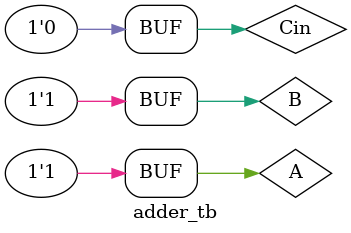
<source format=v>
`timescale 1ns / 1ns 
`include "adder.v"

module adder_tb;

reg A, B, Cin;
wire Sum, Cout;

adder adder0(.A(A), .B(B), .Cin(Cin), .Sum(Sum), .Cout(Cout));

initial begin
    $dumpfile("adder-tb.vcd");
    $dumpvars(0, adder_tb);

    A = 1'b0;
    B = 1'b0;
    Cin = 1'b0;
    #20;

    A = 1'b1;
    B = 1'b0;
    Cin = 1'b0;
    #20;

    A = 1'b1;
    B = 1'b1;
    Cin = 1'b0;
    #20;

    $display("Test is done");
end

endmodule
</source>
